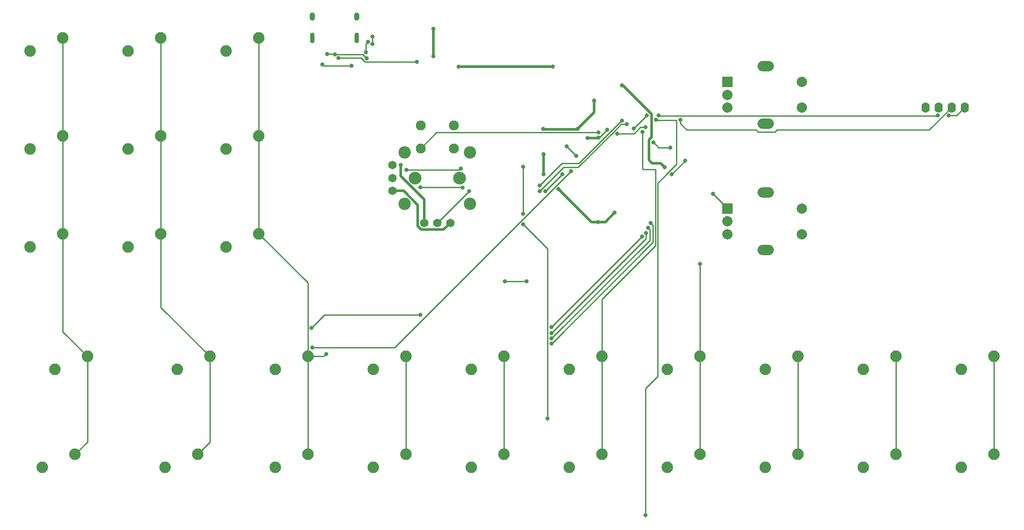
<source format=gbr>
%TF.GenerationSoftware,KiCad,Pcbnew,(6.0.5)*%
%TF.CreationDate,2022-05-16T23:41:31-07:00*%
%TF.ProjectId,3HMouse,33484d6f-7573-4652-9e6b-696361645f70,rev?*%
%TF.SameCoordinates,Original*%
%TF.FileFunction,Copper,L2,Bot*%
%TF.FilePolarity,Positive*%
%FSLAX46Y46*%
G04 Gerber Fmt 4.6, Leading zero omitted, Abs format (unit mm)*
G04 Created by KiCad (PCBNEW (6.0.5)) date 2022-05-16 23:41:31*
%MOMM*%
%LPD*%
G01*
G04 APERTURE LIST*
%TA.AperFunction,ComponentPad*%
%ADD10O,1.000000X1.600000*%
%TD*%
%TA.AperFunction,ComponentPad*%
%ADD11O,0.900000X2.100000*%
%TD*%
%TA.AperFunction,ComponentPad*%
%ADD12C,2.250000*%
%TD*%
%TA.AperFunction,ComponentPad*%
%ADD13C,2.000000*%
%TD*%
%TA.AperFunction,ComponentPad*%
%ADD14R,2.000000X2.000000*%
%TD*%
%TA.AperFunction,WasherPad*%
%ADD15O,3.200000X2.000000*%
%TD*%
%TA.AperFunction,ComponentPad*%
%ADD16C,2.475000*%
%TD*%
%TA.AperFunction,ComponentPad*%
%ADD17C,2.400000*%
%TD*%
%TA.AperFunction,ComponentPad*%
%ADD18C,1.950000*%
%TD*%
%TA.AperFunction,ComponentPad*%
%ADD19C,1.650000*%
%TD*%
%TA.AperFunction,ComponentPad*%
%ADD20O,1.600000X2.000000*%
%TD*%
%TA.AperFunction,ViaPad*%
%ADD21C,0.800000*%
%TD*%
%TA.AperFunction,Conductor*%
%ADD22C,0.250000*%
%TD*%
%TA.AperFunction,Conductor*%
%ADD23C,0.500000*%
%TD*%
G04 APERTURE END LIST*
D10*
%TO.P,J1,S1,SHIELD*%
%TO.N,Net-(R3-Pad1)*%
X100967000Y-32060000D03*
X92327000Y-32060000D03*
D11*
X100967000Y-36240000D03*
X92327000Y-36240000D03*
%TD*%
D12*
%TO.P,SW10,2*%
%TO.N,COL1*%
X70008750Y-117157500D03*
%TO.P,SW10,1*%
%TO.N,Net-(D10-Pad2)*%
X63658750Y-119697500D03*
%TD*%
%TO.P,SW28,2*%
%TO.N,COL9*%
X224790000Y-98107500D03*
%TO.P,SW28,1*%
%TO.N,Net-(D28-Pad2)*%
X218440000Y-100647500D03*
%TD*%
%TO.P,SW3,2*%
%TO.N,COL0*%
X43815000Y-74295000D03*
%TO.P,SW3,1*%
%TO.N,Net-(D3-Pad2)*%
X37465000Y-76835000D03*
%TD*%
%TO.P,SW17,2*%
%TO.N,COL3*%
X110490000Y-117157500D03*
%TO.P,SW17,1*%
%TO.N,Net-(D17-Pad2)*%
X104140000Y-119697500D03*
%TD*%
%TO.P,SW5,2*%
%TO.N,COL0*%
X46196250Y-117157500D03*
%TO.P,SW5,1*%
%TO.N,Net-(D5-Pad2)*%
X39846250Y-119697500D03*
%TD*%
%TO.P,SW12,2*%
%TO.N,COL2*%
X81915000Y-55245000D03*
%TO.P,SW12,1*%
%TO.N,Net-(D12-Pad2)*%
X75565000Y-57785000D03*
%TD*%
%TO.P,SW26,2*%
%TO.N,COL8*%
X205740000Y-98107500D03*
%TO.P,SW26,1*%
%TO.N,Net-(D26-Pad2)*%
X199390000Y-100647500D03*
%TD*%
%TO.P,SW9,2*%
%TO.N,COL1*%
X72390000Y-98107500D03*
%TO.P,SW9,1*%
%TO.N,Net-(D9-Pad2)*%
X66040000Y-100647500D03*
%TD*%
%TO.P,SW16,2*%
%TO.N,COL3*%
X110490000Y-98107500D03*
%TO.P,SW16,1*%
%TO.N,Net-(D16-Pad2)*%
X104140000Y-100647500D03*
%TD*%
%TO.P,SW4,2*%
%TO.N,COL0*%
X48577500Y-98107500D03*
%TO.P,SW4,1*%
%TO.N,Net-(D4-Pad2)*%
X42227500Y-100647500D03*
%TD*%
D13*
%TO.P,SW31,S2*%
%TO.N,N/C*%
X187463000Y-44775750D03*
%TO.P,SW31,S1*%
X187463000Y-49775750D03*
%TO.P,SW31,C,C*%
%TO.N,GND*%
X172963000Y-47275750D03*
%TO.P,SW31,B,B*%
%TO.N,RE1B*%
X172963000Y-49775750D03*
D14*
%TO.P,SW31,A,A*%
%TO.N,RE1A*%
X172963000Y-44775750D03*
D15*
%TO.P,SW31,*%
%TO.N,*%
X180463000Y-52875750D03*
X180463000Y-41675750D03*
%TD*%
D12*
%TO.P,SW19,2*%
%TO.N,COL4*%
X129540000Y-117157500D03*
%TO.P,SW19,1*%
%TO.N,Net-(D19-Pad2)*%
X123190000Y-119697500D03*
%TD*%
%TO.P,SW18,2*%
%TO.N,COL4*%
X129540000Y-98107500D03*
%TO.P,SW18,1*%
%TO.N,Net-(D18-Pad2)*%
X123190000Y-100647500D03*
%TD*%
%TO.P,SW23,2*%
%TO.N,COL6*%
X167640000Y-117157500D03*
%TO.P,SW23,1*%
%TO.N,Net-(D23-Pad2)*%
X161290000Y-119697500D03*
%TD*%
%TO.P,SW24,2*%
%TO.N,COL7*%
X186690000Y-98107500D03*
%TO.P,SW24,1*%
%TO.N,Net-(D24-Pad2)*%
X180340000Y-100647500D03*
%TD*%
%TO.P,SW14,2*%
%TO.N,COL2*%
X91440000Y-98107500D03*
%TO.P,SW14,1*%
%TO.N,Net-(D14-Pad2)*%
X85090000Y-100647500D03*
%TD*%
%TO.P,SW29,2*%
%TO.N,COL9*%
X224790000Y-117157500D03*
%TO.P,SW29,1*%
%TO.N,Net-(D29-Pad2)*%
X218440000Y-119697500D03*
%TD*%
%TO.P,SW2,2*%
%TO.N,COL0*%
X43815000Y-55245000D03*
%TO.P,SW2,1*%
%TO.N,Net-(D2-Pad2)*%
X37465000Y-57785000D03*
%TD*%
%TO.P,SW22,2*%
%TO.N,COL6*%
X167640000Y-98107500D03*
%TO.P,SW22,1*%
%TO.N,Net-(D22-Pad2)*%
X161290000Y-100647500D03*
%TD*%
%TO.P,SW27,2*%
%TO.N,COL8*%
X205740000Y-117157500D03*
%TO.P,SW27,1*%
%TO.N,Net-(D27-Pad2)*%
X199390000Y-119697500D03*
%TD*%
D16*
%TO.P,S1,MH6,MH6*%
%TO.N,unconnected-(S1-PadMH6)*%
X112306250Y-63466250D03*
%TO.P,S1,MH5,MH5*%
%TO.N,unconnected-(S1-PadMH5)*%
X120906250Y-63466250D03*
D17*
%TO.P,S1,MH4,MH4*%
%TO.N,unconnected-(S1-PadMH4)*%
X110281250Y-68466250D03*
%TO.P,S1,MH3,MH3*%
%TO.N,unconnected-(S1-PadMH3)*%
X110281250Y-58466250D03*
%TO.P,S1,MH2,MH2*%
%TO.N,unconnected-(S1-PadMH2)*%
X122931250Y-68466250D03*
%TO.P,S1,MH1,MH1*%
%TO.N,unconnected-(S1-PadMH1)*%
X122931250Y-58466250D03*
D18*
%TO.P,S1,D1,D1*%
%TO.N,Net-(D35-Pad2)*%
X113356250Y-53216250D03*
%TO.P,S1,C1,C1*%
%TO.N,COL10*%
X113356250Y-57716250D03*
D19*
%TO.P,S1,B13,B13*%
%TO.N,GND*%
X119106250Y-72196250D03*
%TO.P,S1,B12,B12*%
%TO.N,HOR*%
X116606250Y-72196250D03*
%TO.P,S1,B11,B11*%
%TO.N,+5V*%
X114106250Y-72196250D03*
D18*
%TO.P,S1,B1,B1*%
%TO.N,unconnected-(S1-PadB1)*%
X119856250Y-53216250D03*
D19*
%TO.P,S1,A13,A13*%
%TO.N,GND*%
X107876250Y-65966250D03*
%TO.P,S1,A12,A12*%
%TO.N,VER*%
X107876250Y-63466250D03*
%TO.P,S1,A11,A11*%
%TO.N,+5V*%
X107876250Y-60966250D03*
D18*
%TO.P,S1,A1,A1*%
%TO.N,unconnected-(S1-PadA1)*%
X119856250Y-57716250D03*
%TD*%
D12*
%TO.P,SW20,2*%
%TO.N,COL5*%
X148590000Y-98107500D03*
%TO.P,SW20,1*%
%TO.N,Net-(D20-Pad2)*%
X142240000Y-100647500D03*
%TD*%
%TO.P,SW8,2*%
%TO.N,COL1*%
X62865000Y-74295000D03*
%TO.P,SW8,1*%
%TO.N,Net-(D8-Pad2)*%
X56515000Y-76835000D03*
%TD*%
%TO.P,SW21,2*%
%TO.N,COL5*%
X148590000Y-117157500D03*
%TO.P,SW21,1*%
%TO.N,Net-(D21-Pad2)*%
X142240000Y-119697500D03*
%TD*%
%TO.P,SW1,2*%
%TO.N,COL0*%
X43815000Y-36195000D03*
%TO.P,SW1,1*%
%TO.N,Net-(D1-Pad2)*%
X37465000Y-38735000D03*
%TD*%
%TO.P,SW13,2*%
%TO.N,COL2*%
X81915000Y-74295000D03*
%TO.P,SW13,1*%
%TO.N,Net-(D13-Pad2)*%
X75565000Y-76835000D03*
%TD*%
%TO.P,SW7,2*%
%TO.N,COL1*%
X62865000Y-55245000D03*
%TO.P,SW7,1*%
%TO.N,Net-(D7-Pad2)*%
X56515000Y-57785000D03*
%TD*%
D13*
%TO.P,SW30,S2*%
%TO.N,N/C*%
X187463000Y-69382000D03*
%TO.P,SW30,S1*%
X187463000Y-74382000D03*
%TO.P,SW30,C,C*%
%TO.N,GND*%
X172963000Y-71882000D03*
%TO.P,SW30,B,B*%
%TO.N,RE0B*%
X172963000Y-74382000D03*
D14*
%TO.P,SW30,A,A*%
%TO.N,RE0A*%
X172963000Y-69382000D03*
D15*
%TO.P,SW30,*%
%TO.N,*%
X180463000Y-77482000D03*
X180463000Y-66282000D03*
%TD*%
D12*
%TO.P,SW15,2*%
%TO.N,COL2*%
X91440000Y-117157500D03*
%TO.P,SW15,1*%
%TO.N,Net-(D15-Pad2)*%
X85090000Y-119697500D03*
%TD*%
%TO.P,SW11,2*%
%TO.N,COL2*%
X81915000Y-36195000D03*
%TO.P,SW11,1*%
%TO.N,Net-(D11-Pad2)*%
X75565000Y-38735000D03*
%TD*%
%TO.P,SW6,2*%
%TO.N,COL1*%
X62865000Y-36195000D03*
%TO.P,SW6,1*%
%TO.N,Net-(D6-Pad2)*%
X56515000Y-38735000D03*
%TD*%
D20*
%TO.P,Brd1,1,GND*%
%TO.N,GND*%
X211486250Y-49725000D03*
%TO.P,Brd1,2,VCC*%
%TO.N,+5V*%
X214026250Y-49725000D03*
%TO.P,Brd1,3,SCL*%
%TO.N,SCL*%
X216566250Y-49725000D03*
%TO.P,Brd1,4,SDA*%
%TO.N,SDA*%
X219106250Y-49725000D03*
%TD*%
D12*
%TO.P,SW25,2*%
%TO.N,COL7*%
X186690000Y-117157500D03*
%TO.P,SW25,1*%
%TO.N,Net-(D25-Pad2)*%
X180340000Y-119697500D03*
%TD*%
D21*
%TO.N,Net-(D36-Pad1)*%
X99949000Y-41656000D03*
X94233825Y-41402175D03*
X102728168Y-38977758D03*
X103124000Y-36964500D03*
%TO.N,D+ I*%
X95223489Y-39370000D03*
X96672500Y-39425245D03*
%TO.N,D- I*%
X97409000Y-40132000D03*
%TO.N,VER*%
X121501511Y-65315489D03*
X113284000Y-65278000D03*
%TO.N,RE0A*%
X170162580Y-66548000D03*
%TO.N,ROW0*%
X121158000Y-61595000D03*
X110617000Y-61849000D03*
%TO.N,SCL*%
X163812142Y-52089560D03*
%TO.N,SDA*%
X159643908Y-51300599D03*
%TO.N,ROW4*%
X159091500Y-52133576D03*
%TO.N,+5V*%
X151091250Y-70192250D03*
X140127563Y-65578563D03*
%TO.N,COL6*%
X167640000Y-80137000D03*
%TO.N,GND*%
X164792900Y-60124100D03*
X162183666Y-62742650D03*
%TO.N,ROW1*%
X137642465Y-66014465D03*
X140944465Y-62712465D03*
%TO.N,+5V*%
X137287000Y-62738000D03*
X137287000Y-58801000D03*
%TO.N,D+ I*%
X102895312Y-40169500D03*
%TO.N,+5V*%
X109474000Y-60960000D03*
X152496500Y-45435500D03*
%TO.N,SDA*%
X157353000Y-51308000D03*
%TO.N,+5V*%
X160777805Y-61345180D03*
X151574133Y-54800133D03*
X157099000Y-53594000D03*
X149596676Y-54092676D03*
X147825500Y-72009000D03*
%TO.N,COL5*%
X156464000Y-54483000D03*
%TO.N,+5V*%
X147950701Y-55630299D03*
X145796011Y-55681935D03*
X137160000Y-53885500D03*
X143876780Y-53885500D03*
%TO.N,SDA*%
X213867150Y-51315428D03*
X216027000Y-51308000D03*
X154760500Y-53848000D03*
%TO.N,VER*%
X136525000Y-64897000D03*
X152527000Y-52288497D03*
%TO.N,HOR*%
X122809000Y-66040000D03*
X136523465Y-66040000D03*
X153465925Y-53012997D03*
%TO.N,ROW4*%
X157099000Y-129032000D03*
%TO.N,Net-(R5-Pad1)*%
X158623000Y-56515000D03*
X161925000Y-57531000D03*
%TO.N,COL4*%
X158050040Y-72174531D03*
X138811000Y-95614503D03*
%TO.N,COL3*%
X138811000Y-94615000D03*
X157600520Y-73157490D03*
%TO.N,COL2*%
X94977509Y-97644509D03*
X157157949Y-74121834D03*
X138773500Y-93599000D03*
%TO.N,COL1*%
X138773500Y-92456000D03*
X156426500Y-74803000D03*
%TO.N,ROW2*%
X92164500Y-92583000D03*
X113284000Y-90043000D03*
%TO.N,ROW3*%
X133260965Y-61251500D03*
X133269563Y-72436563D03*
X133260965Y-70395965D03*
X138049000Y-110236000D03*
%TO.N,/RESET*%
X133985000Y-83566000D03*
X129748951Y-83520951D03*
%TO.N,COL0*%
X142576254Y-62105274D03*
X92329000Y-96393000D03*
%TO.N,Net-(R3-Pad1)*%
X104013000Y-35978500D03*
X104013000Y-37427500D03*
%TO.N,+5V*%
X115824000Y-39751000D03*
X115824000Y-34417000D03*
%TO.N,D- I*%
X112649000Y-40894000D03*
%TO.N,+5V*%
X139065000Y-41783000D03*
X120777000Y-41783000D03*
X147066000Y-48387000D03*
%TO.N,COL10*%
X147955000Y-54610000D03*
%TO.N,/UCAP*%
X143637000Y-59196500D03*
X141732000Y-57277000D03*
%TD*%
D22*
%TO.N,Net-(D36-Pad1)*%
X94487650Y-41656000D02*
X99949000Y-41656000D01*
X94233825Y-41402175D02*
X94487650Y-41656000D01*
X102728168Y-38977758D02*
X102728168Y-37360332D01*
X102728168Y-37360332D02*
X103124000Y-36964500D01*
%TO.N,D+ I*%
X96617255Y-39370000D02*
X96672500Y-39425245D01*
X95223489Y-39370000D02*
X96617255Y-39370000D01*
X96672500Y-39425245D02*
X96690256Y-39407489D01*
X96690256Y-39407489D02*
X102133301Y-39407489D01*
X102133301Y-39407489D02*
X102895312Y-40169500D01*
%TO.N,D- I*%
X101769026Y-40132000D02*
X102531026Y-40894000D01*
X97409000Y-40132000D02*
X101769026Y-40132000D01*
%TO.N,VER*%
X113284000Y-65278000D02*
X121464022Y-65278000D01*
X121464022Y-65278000D02*
X121501511Y-65315489D01*
%TO.N,RE0A*%
X170162580Y-66548000D02*
X172963000Y-69348420D01*
X172963000Y-69348420D02*
X172963000Y-69382000D01*
%TO.N,ROW0*%
X120904000Y-61849000D02*
X121158000Y-61595000D01*
X110617000Y-61849000D02*
X120904000Y-61849000D01*
%TO.N,SCL*%
X163812142Y-52814142D02*
X163812142Y-52089560D01*
X163812145Y-52814145D02*
X163812142Y-52814142D01*
%TO.N,SDA*%
X159708369Y-51365060D02*
X213817518Y-51365060D01*
X159643908Y-51300599D02*
X159708369Y-51365060D01*
X213817518Y-51365060D02*
X213867150Y-51315428D01*
%TO.N,SCL*%
X163856076Y-52858076D02*
X163812145Y-52814145D01*
%TO.N,ROW4*%
X159175442Y-52217518D02*
X159091500Y-52133576D01*
X163099031Y-52217518D02*
X159175442Y-52217518D01*
D23*
%TO.N,+5V*%
X149274500Y-72009000D02*
X151091250Y-70192250D01*
X146558000Y-72009000D02*
X140127563Y-65578563D01*
X146558000Y-72009000D02*
X147825500Y-72009000D01*
D22*
%TO.N,/RESET*%
X129794000Y-83566000D02*
X129748951Y-83520951D01*
X133985000Y-83566000D02*
X129794000Y-83566000D01*
%TO.N,COL6*%
X167640000Y-80137000D02*
X167640000Y-98107500D01*
%TO.N,GND*%
X162183666Y-62742650D02*
X164792900Y-60133416D01*
X164792900Y-60133416D02*
X164792900Y-60124100D01*
%TO.N,ROW1*%
X140944465Y-62712465D02*
X137642465Y-66014465D01*
D23*
%TO.N,+5V*%
X137287000Y-58801000D02*
X137287000Y-62738000D01*
X147066000Y-50696280D02*
X143876780Y-53885500D01*
X147066000Y-48387000D02*
X147066000Y-50696280D01*
D22*
%TO.N,SCL*%
X182626000Y-54102000D02*
X212189250Y-54102000D01*
X212189250Y-54102000D02*
X216566250Y-49725000D01*
X182245000Y-54483000D02*
X182626000Y-54102000D01*
X178943000Y-54483000D02*
X182245000Y-54483000D01*
X165100000Y-54102000D02*
X178562000Y-54102000D01*
X178562000Y-54102000D02*
X178943000Y-54483000D01*
X163856076Y-52858076D02*
X165100000Y-54102000D01*
D23*
%TO.N,GND*%
X113475761Y-73470761D02*
X117831739Y-73470761D01*
X110114012Y-65966250D02*
X112831739Y-68683977D01*
X112831739Y-68683977D02*
X112831739Y-72826739D01*
X112831739Y-72826739D02*
X113475761Y-73470761D01*
X107876250Y-65966250D02*
X110114012Y-65966250D01*
X117831739Y-73470761D02*
X119106250Y-72196250D01*
%TO.N,+5V*%
X114106250Y-67652045D02*
X114106250Y-72196250D01*
X109474000Y-63019795D02*
X114106250Y-67652045D01*
X109474000Y-60960000D02*
X109474000Y-63019795D01*
X160777805Y-61336805D02*
X160777805Y-61345180D01*
X160020000Y-60579000D02*
X160777805Y-61336805D01*
X158369000Y-60579000D02*
X160020000Y-60579000D01*
X157734000Y-59944000D02*
X158369000Y-60579000D01*
X157734000Y-56007000D02*
X157734000Y-59944000D01*
X158242000Y-55499000D02*
X157734000Y-56007000D01*
X158242000Y-50995609D02*
X158242000Y-55499000D01*
X152681891Y-45435500D02*
X158242000Y-50995609D01*
X152496500Y-45435500D02*
X152681891Y-45435500D01*
D22*
X152505114Y-45435500D02*
X152496500Y-45435500D01*
%TO.N,SDA*%
X157345572Y-51315428D02*
X157353000Y-51308000D01*
%TO.N,+5V*%
X156039114Y-53594000D02*
X154832981Y-54800133D01*
X154832981Y-54800133D02*
X151574133Y-54800133D01*
X157099000Y-53594000D02*
X156039114Y-53594000D01*
%TO.N,SDA*%
X154760500Y-53848000D02*
X154813000Y-53848000D01*
X154813000Y-53848000D02*
X157345572Y-51315428D01*
%TO.N,COL5*%
X156464000Y-61595717D02*
X156658803Y-61790520D01*
X156464000Y-54483000D02*
X156464000Y-61595717D01*
%TO.N,+5V*%
X148059053Y-55630299D02*
X147950701Y-55630299D01*
X149596676Y-54092676D02*
X148059053Y-55630299D01*
D23*
X149274500Y-72009000D02*
X147825500Y-72009000D01*
D22*
%TO.N,COL5*%
X159004000Y-61790520D02*
X156658803Y-61790520D01*
X148590000Y-86995000D02*
X159004000Y-76581000D01*
X159004000Y-76581000D02*
X159004000Y-61790520D01*
X148590000Y-98107500D02*
X148590000Y-86995000D01*
D23*
%TO.N,+5V*%
X147899065Y-55681935D02*
X147950701Y-55630299D01*
X145796011Y-55681935D02*
X147899065Y-55681935D01*
X137309980Y-54035480D02*
X137160000Y-53885500D01*
X143830520Y-54035480D02*
X137309980Y-54035480D01*
X143876780Y-53989220D02*
X143830520Y-54035480D01*
X143876780Y-53885500D02*
X143876780Y-53989220D01*
D22*
%TO.N,VER*%
X142367000Y-60579000D02*
X140843000Y-60579000D01*
%TO.N,SDA*%
X217523250Y-51308000D02*
X219106250Y-49725000D01*
X216027000Y-51308000D02*
X217523250Y-51308000D01*
%TO.N,VER*%
X140843000Y-60579000D02*
X136525000Y-64897000D01*
X144134950Y-60579000D02*
X142367000Y-60579000D01*
X152425453Y-52288497D02*
X144134950Y-60579000D01*
X152527000Y-52288497D02*
X152425453Y-52288497D01*
%TO.N,HOR*%
X122762500Y-66040000D02*
X116606250Y-72196250D01*
X122809000Y-66040000D02*
X122762500Y-66040000D01*
X141182702Y-61380763D02*
X136523465Y-66040000D01*
X142494000Y-61380763D02*
X141182702Y-61380763D01*
X152336672Y-53012997D02*
X151125334Y-54224334D01*
X153465925Y-53012997D02*
X152336672Y-53012997D01*
X151125334Y-54224334D02*
X143968905Y-61380763D01*
X143968905Y-61380763D02*
X142494000Y-61380763D01*
%TO.N,ROW4*%
X157099000Y-104341409D02*
X157099000Y-129032000D01*
X159453520Y-101986889D02*
X157099000Y-104341409D01*
X159453520Y-66548000D02*
X159453520Y-101986889D01*
X159453520Y-64448197D02*
X159453520Y-66548000D01*
X160693206Y-63208511D02*
X159453520Y-64448197D01*
X161163359Y-62738358D02*
X160693206Y-63208511D01*
X163099031Y-60802686D02*
X161163359Y-62738358D01*
X163099031Y-52217518D02*
X163099031Y-57912000D01*
X163099031Y-57912000D02*
X163099031Y-60802686D01*
%TO.N,Net-(R5-Pad1)*%
X159004000Y-56896000D02*
X158623000Y-56515000D01*
X159639000Y-57531000D02*
X159004000Y-56896000D01*
X161925000Y-57531000D02*
X159639000Y-57531000D01*
%TO.N,COL4*%
X158496000Y-72620491D02*
X158050040Y-72174531D01*
X158496000Y-73406000D02*
X158496000Y-72620491D01*
X138836111Y-95614503D02*
X158496000Y-75954614D01*
X138811000Y-95614503D02*
X138836111Y-95614503D01*
X158496000Y-75954614D02*
X158496000Y-73406000D01*
%TO.N,COL3*%
X157882460Y-75543540D02*
X138811000Y-94615000D01*
X157600520Y-73157490D02*
X157882460Y-73439430D01*
X157882460Y-73439430D02*
X157882460Y-75543540D01*
%TO.N,COL2*%
X94514518Y-98107500D02*
X91440000Y-98107500D01*
X94977509Y-97644509D02*
X94514518Y-98107500D01*
X157157949Y-75214551D02*
X138773500Y-93599000D01*
X157157949Y-74121834D02*
X157157949Y-75214551D01*
%TO.N,COL1*%
X156426500Y-74803000D02*
X138773500Y-92456000D01*
%TO.N,ROW2*%
X94704500Y-90043000D02*
X92164500Y-92583000D01*
X113284000Y-90043000D02*
X94704500Y-90043000D01*
%TO.N,ROW3*%
X133260965Y-61251500D02*
X133260965Y-70395965D01*
X138049000Y-77216000D02*
X138049000Y-110236000D01*
X133269563Y-72436563D02*
X138049000Y-77216000D01*
%TO.N,COL0*%
X108288528Y-96393000D02*
X142576254Y-62105274D01*
X92329000Y-96393000D02*
X108288528Y-96393000D01*
%TO.N,Net-(R3-Pad1)*%
X104013000Y-37427500D02*
X104013000Y-35978500D01*
D23*
%TO.N,+5V*%
X115824000Y-34417000D02*
X115824000Y-39751000D01*
D22*
%TO.N,D- I*%
X102531026Y-40894000D02*
X112649000Y-40894000D01*
D23*
%TO.N,+5V*%
X120777000Y-41783000D02*
X139065000Y-41783000D01*
D22*
%TO.N,COL2*%
X81915000Y-55245000D02*
X81915000Y-36195000D01*
X81915000Y-74295000D02*
X81915000Y-55245000D01*
X91440000Y-83820000D02*
X81915000Y-74295000D01*
X91440000Y-98107500D02*
X91440000Y-83820000D01*
%TO.N,COL10*%
X116462500Y-54610000D02*
X113356250Y-57716250D01*
X147955000Y-54610000D02*
X116462500Y-54610000D01*
%TO.N,/UCAP*%
X141732000Y-57291500D02*
X141732000Y-57277000D01*
X143637000Y-59196500D02*
X141732000Y-57291500D01*
%TO.N,COL9*%
X224790000Y-98107500D02*
X224790000Y-117157500D01*
%TO.N,COL8*%
X205740000Y-98107500D02*
X205740000Y-117157500D01*
%TO.N,COL7*%
X186690000Y-98107500D02*
X186690000Y-117157500D01*
%TO.N,COL6*%
X167640000Y-98107500D02*
X167640000Y-117157500D01*
%TO.N,COL5*%
X148590000Y-98107500D02*
X148590000Y-117157500D01*
%TO.N,COL4*%
X129540000Y-98107500D02*
X129540000Y-117157500D01*
%TO.N,COL3*%
X110490000Y-98107500D02*
X110490000Y-117157500D01*
%TO.N,COL2*%
X91440000Y-98107500D02*
X91440000Y-117157500D01*
%TO.N,COL1*%
X72390000Y-114776250D02*
X70008750Y-117157500D01*
X72390000Y-98107500D02*
X72390000Y-114776250D01*
X62865000Y-88582500D02*
X72390000Y-98107500D01*
X62865000Y-74295000D02*
X62865000Y-88582500D01*
X62865000Y-55245000D02*
X62865000Y-74295000D01*
X62865000Y-36195000D02*
X62865000Y-55245000D01*
%TO.N,COL0*%
X43815000Y-36195000D02*
X43815000Y-55245000D01*
X43815000Y-55245000D02*
X43815000Y-74295000D01*
X43815000Y-74295000D02*
X43815000Y-93345000D01*
X43815000Y-93345000D02*
X48577500Y-98107500D01*
X48577500Y-114776250D02*
X46196250Y-117157500D01*
X48577500Y-98107500D02*
X48577500Y-114776250D01*
%TD*%
M02*

</source>
